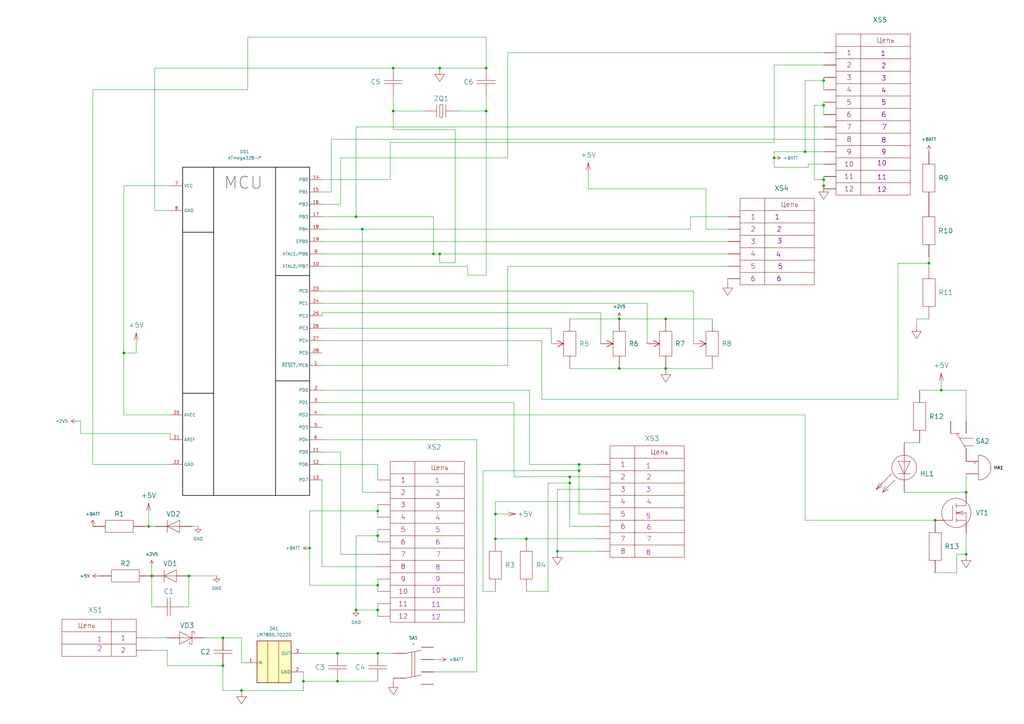
<source format=kicad_sch>
(kicad_sch (version 20231120) (generator "eeschema") (generator_version "8.0")
  (paper "A3")
  (lib_symbols
    (symbol "Connector_Generic_GOST:CONN_12" (pin_numbers hide) (pin_names (offset 0) hide)
      (property "Reference" "X" (at 0 35.56 0))
      (property "Description" "1" (at -5.08 25.4 0))
      (property "PIN2" "2" (at -5.08 20.32 0))
      (property "PIN3" "3" (at -5.08 15.24 0))
      (property "PIN4" "4" (at -5.08 10.16 0))
      (property "PIN5" "5" (at -5.08 5.08 0))
      (property "PIN6" "6" (at -5.08 0 0))
      (property "PIN7" "7" (at -5.08 -5.08 0))
      (property "PIN8" "8" (at -5.08 -10.16 0))
      (property "PIN9" "9" (at -5.08 -15.24 0))
      (property "PIN10" "10" (at -5.08 -20.32 0))
      (property "PIN11" "11" (at -5.08 -25.4 0))
      (property "PIN12" "12" (at -5.08 -30.48 0))
      (symbol "CONN_12_0_0"
        (polyline (pts (xy -15.24 -27.94) (xy 15.24 -27.94)))
        (polyline (pts (xy -15.24 -22.86) (xy 15.24 -22.86)))
        (polyline (pts (xy -15.24 -17.78) (xy 15.24 -17.78)))
        (polyline (pts (xy -15.24 -12.7) (xy 15.24 -12.7)))
        (polyline (pts (xy -15.24 -7.62) (xy 15.24 -7.62)))
        (polyline (pts (xy -15.24 -2.54) (xy 15.24 -2.54)))
        (polyline (pts (xy -15.24 2.54) (xy 15.24 2.54)))
        (polyline (pts (xy -15.24 7.62) (xy 15.24 7.62)))
        (polyline (pts (xy -15.24 12.7) (xy 15.24 12.7)))
        (polyline (pts (xy -15.24 17.78) (xy 15.24 17.78)))
        (polyline (pts (xy -15.24 22.86) (xy 15.24 22.86)))
        (polyline (pts (xy -15.24 27.94) (xy 15.24 27.94)))
        (polyline (pts (xy 5.08 33.02) (xy 5.08 -33.02)))
        (rectangle (start 15.24 33.02) (end -15.24 -33.02))
      )
      (symbol "CONN_12_1_1"
        (text "1" (at 9.906 25.4 0) (effects (font (size 2.0066 2.0066))))
        (text "10" (at 9.906 -20.32 0) (effects (font (size 2.0066 2.0066))))
        (text "11" (at 9.906 -25.4 0) (effects (font (size 2.0066 2.0066))))
        (text "12" (at 9.906 -30.48 0) (effects (font (size 2.0066 2.0066))))
        (text "2" (at 9.906 20.32 0) (effects (font (size 2.0066 2.0066))))
        (text "3" (at 9.906 15.24 0) (effects (font (size 2.0066 2.0066))))
        (text "4" (at 9.906 10.16 0) (effects (font (size 2.0066 2.0066))))
        (text "5" (at 9.906 5.08 0) (effects (font (size 2.0066 2.0066))))
        (text "6" (at 9.906 0 0) (effects (font (size 2.0066 2.0066))))
        (text "7" (at 9.906 -5.08 0) (effects (font (size 2.0066 2.0066))))
        (text "8" (at 9.906 -10.16 0) (effects (font (size 2.0066 2.0066))))
        (text "9" (at 9.906 -15.24 0) (effects (font (size 2.0066 2.0066))))
        (text "Цепь" (at -5.08 30.48 0) (effects (font (size 2.0066 2.0066))))
        (pin passive line (at 20.32 25.4 180) (length 5.08) (name "1") (number "1"))
        (pin passive line (at 20.32 -20.32 180) (length 5.08) (name "10") (number "10"))
        (pin passive line (at 20.32 -25.4 180) (length 5.08) (name "11") (number "11"))
        (pin passive line (at 20.32 -30.48 180) (length 5.08) (name "12") (number "12"))
        (pin passive line (at 20.32 20.32 180) (length 5.08) (name "2") (number "2"))
        (pin passive line (at 20.32 15.24 180) (length 5.08) (name "3") (number "3"))
        (pin passive line (at 20.32 10.16 180) (length 5.08) (name "4") (number "4"))
        (pin passive line (at 20.32 5.08 180) (length 5.08) (name "5") (number "5"))
        (pin passive line (at 20.32 0 180) (length 5.08) (name "6") (number "6"))
        (pin passive line (at 20.32 -5.08 180) (length 5.08) (name "7") (number "7"))
        (pin passive line (at 20.32 -10.16 180) (length 5.08) (name "8") (number "8"))
        (pin passive line (at 20.32 -15.24 180) (length 5.08) (name "9") (number "9"))
      )
    )
    (symbol "Connector_Generic_GOST:CONN_2" (pin_numbers hide) (pin_names (offset 0) hide)
      (property "Reference" "X" (at 0 10.16 0))
      (property "Description" "1" (at -5.08 0 0))
      (property "PIN2" "2" (at -5.08 -5.08 0))
      (symbol "CONN_2_0_0"
        (polyline (pts (xy -15.24 -2.54) (xy 15.24 -2.54)))
        (polyline (pts (xy -15.24 2.54) (xy 15.24 2.54)))
        (polyline (pts (xy 5.08 7.62) (xy 5.08 -7.62)))
        (rectangle (start 15.24 7.62) (end -15.24 -7.62))
      )
      (symbol "CONN_2_1_1"
        (text "1" (at 9.906 0 0) (effects (font (size 2.0066 2.0066))))
        (text "2" (at 9.906 -5.08 0) (effects (font (size 2.0066 2.0066))))
        (text "Цепь" (at -5.08 5.08 0) (effects (font (size 2.0066 2.0066))))
        (pin passive line (at 20.32 0 180) (length 5.08) (name "1") (number "1"))
        (pin passive line (at 20.32 -5.08 180) (length 5.08) (name "2") (number "2"))
      )
    )
    (symbol "Connector_Generic_GOST:CONN_6" (pin_numbers hide) (pin_names (offset 0) hide)
      (property "Reference" "X" (at 0 20.32 0))
      (property "Description" "1" (at -5.08 10.16 0))
      (property "PIN2" "2" (at -5.08 5.08 0))
      (property "PIN3" "3" (at -5.08 0 0))
      (property "PIN4" "4" (at -5.08 -5.08 0))
      (property "PIN5" "5" (at -5.08 -10.16 0))
      (property "PIN6" "6" (at -5.08 -15.24 0))
      (symbol "CONN_6_0_0"
        (polyline (pts (xy -15.24 -12.7) (xy 15.24 -12.7)))
        (polyline (pts (xy -15.24 -7.62) (xy 15.24 -7.62)))
        (polyline (pts (xy -15.24 -2.54) (xy 15.24 -2.54)))
        (polyline (pts (xy -15.24 2.54) (xy 15.24 2.54)))
        (polyline (pts (xy -15.24 7.62) (xy 15.24 7.62)))
        (polyline (pts (xy -15.24 12.7) (xy 15.24 12.7)))
        (polyline (pts (xy 5.08 17.78) (xy 5.08 -17.78)))
        (rectangle (start 15.24 17.78) (end -15.24 -17.78))
      )
      (symbol "CONN_6_1_1"
        (text "1" (at 9.906 10.16 0) (effects (font (size 2.0066 2.0066))))
        (text "2" (at 9.906 5.08 0) (effects (font (size 2.0066 2.0066))))
        (text "3" (at 9.906 0 0) (effects (font (size 2.0066 2.0066))))
        (text "4" (at 9.906 -5.08 0) (effects (font (size 2.0066 2.0066))))
        (text "5" (at 9.906 -10.16 0) (effects (font (size 2.0066 2.0066))))
        (text "6" (at 9.906 -15.24 0) (effects (font (size 2.0066 2.0066))))
        (text "Цепь" (at -5.08 15.24 0) (effects (font (size 2.0066 2.0066))))
        (pin passive line (at 20.32 10.16 180) (length 5.08) (name "1") (number "1"))
        (pin passive line (at 20.32 5.08 180) (length 5.08) (name "2") (number "2"))
        (pin passive line (at 20.32 0 180) (length 5.08) (name "3") (number "3"))
        (pin passive line (at 20.32 -5.08 180) (length 5.08) (name "4") (number "4"))
        (pin passive line (at 20.32 -10.16 180) (length 5.08) (name "5") (number "5"))
        (pin passive line (at 20.32 -15.24 180) (length 5.08) (name "6") (number "6"))
      )
    )
    (symbol "Connector_Generic_GOST:CONN_8" (pin_numbers hide) (pin_names (offset 0) hide)
      (property "Reference" "X" (at 0 25.4 0))
      (property "Description" "1" (at -5.08 15.24 0))
      (property "PIN2" "2" (at -5.08 10.16 0))
      (property "PIN3" "3" (at -5.08 5.08 0))
      (property "PIN4" "4" (at -5.08 0 0))
      (property "PIN5" "5" (at -5.08 -5.08 0))
      (property "PIN6" "6" (at -5.08 -10.16 0))
      (property "PIN7" "7" (at -5.08 -15.24 0))
      (property "PIN8" "8" (at -5.08 -20.32 0))
      (symbol "CONN_8_0_0"
        (polyline (pts (xy -15.24 -17.78) (xy 15.24 -17.78)))
        (polyline (pts (xy -15.24 -12.7) (xy 15.24 -12.7)))
        (polyline (pts (xy -15.24 -7.62) (xy 15.24 -7.62)))
        (polyline (pts (xy -15.24 -2.54) (xy 15.24 -2.54)))
        (polyline (pts (xy -15.24 2.54) (xy 15.24 2.54)))
        (polyline (pts (xy -15.24 7.62) (xy 15.24 7.62)))
        (polyline (pts (xy -15.24 12.7) (xy 15.24 12.7)))
        (polyline (pts (xy -15.24 17.78) (xy 15.24 17.78)))
        (polyline (pts (xy 5.08 22.86) (xy 5.08 -22.86)))
        (rectangle (start 15.24 22.86) (end -15.24 -22.86))
      )
      (symbol "CONN_8_1_1"
        (text "1" (at 9.906 15.24 0) (effects (font (size 2.0066 2.0066))))
        (text "2" (at 9.906 10.16 0) (effects (font (size 2.0066 2.0066))))
        (text "3" (at 9.906 5.08 0) (effects (font (size 2.0066 2.0066))))
        (text "4" (at 9.906 0 0) (effects (font (size 2.0066 2.0066))))
        (text "5" (at 9.906 -5.08 0) (effects (font (size 2.0066 2.0066))))
        (text "6" (at 9.906 -10.16 0) (effects (font (size 2.0066 2.0066))))
        (text "7" (at 9.906 -15.24 0) (effects (font (size 2.0066 2.0066))))
        (text "8" (at 9.906 -20.32 0) (effects (font (size 2.0066 2.0066))))
        (text "Цепь" (at -5.08 20.32 0) (effects (font (size 2.0066 2.0066))))
        (pin passive line (at 20.32 15.24 180) (length 5.08) (name "1") (number "1"))
        (pin passive line (at 20.32 10.16 180) (length 5.08) (name "2") (number "2"))
        (pin passive line (at 20.32 5.08 180) (length 5.08) (name "3") (number "3"))
        (pin passive line (at 20.32 0 180) (length 5.08) (name "4") (number "4"))
        (pin passive line (at 20.32 -5.08 180) (length 5.08) (name "5") (number "5"))
        (pin passive line (at 20.32 -10.16 180) (length 5.08) (name "6") (number "6"))
        (pin passive line (at 20.32 -15.24 180) (length 5.08) (name "7") (number "7"))
        (pin passive line (at 20.32 -20.32 180) (length 5.08) (name "8") (number "8"))
      )
    )
    (symbol "power:+2V5" (power) (pin_numbers hide) (pin_names (offset 0) hide)
      (property "Value" "+2V5" (at 0 3.556 0))
      (symbol "+2V5_0_1"
        (polyline (pts (xy -0.762 1.27) (xy 0 2.54)))
        (polyline (pts (xy 0 0) (xy 0 2.54)))
        (polyline (pts (xy 0 2.54) (xy 0.762 1.27)))
      )
      (symbol "+2V5_1_1"
        (pin power_in line (at 0 0 90) (length 0) (name "~") (number "1"))
      )
    )
    (symbol "power:+5V" (power) (pin_numbers hide) (pin_names (offset 0) hide)
      (property "Value" "+5V" (at 0 3.556 0))
      (symbol "+5V_0_1"
        (polyline (pts (xy -0.762 1.27) (xy 0 2.54)))
        (polyline (pts (xy 0 0) (xy 0 2.54)))
        (polyline (pts (xy 0 2.54) (xy 0.762 1.27)))
      )
      (symbol "+5V_1_1"
        (pin power_in line (at 0 0 90) (length 0) (name "~") (number "1"))
      )
    )
    (symbol "power:+BATT" (power) (pin_numbers hide) (pin_names (offset 0) hide)
      (property "Value" "+BATT" (at 0 3.556 0))
      (symbol "+BATT_0_1"
        (polyline (pts (xy -0.762 1.27) (xy 0 2.54)))
        (polyline (pts (xy 0 0) (xy 0 2.54)))
        (polyline (pts (xy 0 2.54) (xy 0.762 1.27)))
      )
      (symbol "+BATT_1_1"
        (pin power_in line (at 0 0 90) (length 0) (name "~") (number "1"))
      )
    )
    (symbol "power:GND" (power) (pin_numbers hide) (pin_names (offset 0) hide)
      (property "Value" "GND" (at 0 -3.81 0))
      (symbol "GND_0_1"
        (polyline (pts (xy 0 0) (xy 0 -1.27) (xy 1.27 -1.27) (xy 0 -2.54) (xy -1.27 -1.27) (xy 0 -1.27)))
      )
      (symbol "GND_1_1"
        (pin power_in line (at 0 0 270) (length 0) (name "~") (number "1"))
      )
    )
    (symbol "power_GOST:+5V" (power) (pin_numbers hide) (pin_names (offset 0) hide)
      (property "Value" "+5V" (at 0 5.08 0))
      (symbol "+5V_0_1"
        (polyline (pts (xy 0 3.175) (xy -0.8128 0.1778)))
        (polyline (pts (xy 0 3.175) (xy 0 0)))
        (polyline (pts (xy 0.8128 0.1778) (xy 0 3.175)))
      )
      (symbol "+5V_1_1"
        (pin power_in line (at 0 0 90) (length 0) hide (name "+5V") (number "1"))
      )
    )
    (symbol "power_GOST:GND" (power) (pin_numbers hide) (pin_names (offset 0) hide)
      (symbol "GND_0_1"
        (polyline (pts (xy 0 0) (xy 0 -2.54)))
        (polyline (pts (xy 0 -2.54) (xy 1.9812 -2.54) (xy 0 -5.5372) (xy -1.9812 -2.54) (xy 1.9812 -2.54)))
      )
      (symbol "GND_1_1"
        (pin power_in line (at 0 0 270) (length 0) hide (name "GND") (number "1"))
      )
    )
    (symbol "sst:2П7240" (pin_numbers hide) (pin_names (offset 0) hide)
      (property "Reference" "VT" (at 16.51 2.54 0))
      (symbol "2П7240_0_1"
        (polyline (pts (xy 3.81 0) (xy 7.1628 0)))
        (polyline (pts (xy 7.1628 0) (xy 7.1628 5.9944)))
        (polyline (pts (xy 8.6868 0) (xy 12.7 0)))
        (polyline (pts (xy 8.6868 1.016) (xy 8.6868 -1.016)))
        (polyline (pts (xy 8.6868 2.9972) (xy 11.684 2.1844)))
        (polyline (pts (xy 8.6868 2.9972) (xy 11.684 3.81)))
        (polyline (pts (xy 8.6868 2.9972) (xy 12.7 2.9972)))
        (polyline (pts (xy 8.6868 4.0132) (xy 8.6868 1.9812)))
        (polyline (pts (xy 8.6868 5.9944) (xy 12.7 5.9944)))
        (polyline (pts (xy 8.6868 7.0104) (xy 8.6868 4.9784)))
        (polyline (pts (xy 12.7 -1.27) (xy 12.7 2.9972)))
        (polyline (pts (xy 12.7 7.62) (xy 12.7 5.9944)))
        (circle (center 8.6868 2.9972) (radius 5.9944))
      )
      (symbol "2П7240_1_1"
        (pin passive line (at 12.7 -5.08 90) (length 3.81) (name "S1") (number "1"))
        (pin passive line (at 0 0 0) (length 3.81) (name "G1") (number "2"))
        (pin passive line (at 12.7 11.43 270) (length 3.81) (name "D1") (number "3"))
      )
    )
    (symbol "sst:4П2Н" (pin_numbers hide)
      (property "Reference" "SA" (at 2.032 14.986 0))
      (symbol "4П2Н_0_1"
        (polyline (pts (xy -0.635 2.54) (xy 9.525 2.54)))
        (polyline (pts (xy -0.635 3.81) (xy 9.525 3.81)))
        (polyline (pts (xy 0 0) (xy -1.27 6.35)))
        (polyline (pts (xy 0 0) (xy 0 0)))
        (polyline (pts (xy 10.16 0) (xy 8.89 6.35)))
        (polyline (pts (xy 10.16 0) (xy 10.16 0)))
      )
      (symbol "4П2Н_1_1"
        (pin power_in line (at 0 -5.08 90) (length 5.08) (name "") (number "1"))
        (pin power_in line (at 10.16 -5.08 90) (length 5.08) (name "") (number "2"))
        (pin power_in line (at -2.54 11.43 270) (length 5.08) (name "") (number "3"))
        (pin power_in line (at 2.54 11.43 270) (length 5.08) (name "") (number "4"))
        (pin power_in line (at 7.62 11.43 270) (length 5.08) (name "") (number "5"))
        (pin power_in line (at 12.7 11.43 270) (length 5.08) (name "") (number "6"))
      )
    )
    (symbol "sst:ATmega328-P"
      (property "Reference" "DD" (at 2.286 -3.048 0))
      (property "Value" "ATmega328-P" (at 18.288 106.934 0))
      (symbol "ATmega328-P_1_1"
        (polyline (pts (xy 0 107.95) (xy 12.7 107.95)) (stroke (width 0.254) (color 0 0 0 1)))
        (polyline (pts (xy 12.7 41.91) (xy 0 41.91)) (stroke (width 0.254) (color 0 0 0 1)))
        (polyline (pts (xy 12.7 134.62) (xy 12.7 0)) (stroke (width 0.254) (color 0 0 0 1)))
        (polyline (pts (xy 38.1 90.17) (xy 52.07 90.17)) (stroke (width 0.254) (color 0 0 0 1)))
        (polyline (pts (xy 38.1 134.62) (xy 38.1 0)) (stroke (width 0.254) (color 0 0 0 1)))
        (polyline (pts (xy 52.07 46.99) (xy 38.1 46.99)) (stroke (width 0.254) (color 0 0 0 1)))
        (rectangle (start 0 134.62) (end 52.07 0) (stroke (width 0.254) (color 0 0 0 1)))
        (text "MCU" (at 24.892 128.27 0) (effects (font (size 5 5))))
        (pin bidirectional line (at 57.15 53.34 180) (length 5.08) (name "~{RESET}/PC6") (number "1"))
        (pin bidirectional line (at 57.15 93.98 180) (length 5.08) (name "XTAL2/PB7") (number "10"))
        (pin bidirectional line (at 57.15 17.78 180) (length 5.08) (name "PD5") (number "11"))
        (pin bidirectional line (at 57.15 12.7 180) (length 5.08) (name "PD6") (number "12"))
        (pin bidirectional line (at 57.15 6.35 180) (length 5.08) (name "PD7") (number "13"))
        (pin bidirectional line (at 57.15 129.54 180) (length 5.08) (name "PB0") (number "14"))
        (pin bidirectional line (at 57.15 124.46 180) (length 5.08) (name "PB1") (number "15"))
        (pin bidirectional line (at 57.15 119.38 180) (length 5.08) (name "PB2") (number "16"))
        (pin bidirectional line (at 57.15 114.3 180) (length 5.08) (name "PB3") (number "17"))
        (pin bidirectional line (at 57.15 109.22 180) (length 5.08) (name "PB4") (number "18"))
        (pin bidirectional line (at 57.15 104.14 180) (length 5.08) (name "EPB5") (number "19"))
        (pin bidirectional line (at 57.15 43.18 180) (length 5.08) (name "PD0") (number "2"))
        (pin power_in line (at -5.08 33.02 0) (length 5.08) (name "AVCC") (number "20"))
        (pin passive line (at -5.08 22.86 0) (length 5.08) (name "AREF") (number "21"))
        (pin passive line (at -5.08 12.7 0) (length 5.08) (name "GND") (number "22"))
        (pin bidirectional line (at 57.15 83.82 180) (length 5.08) (name "PC0") (number "23"))
        (pin bidirectional line (at 57.15 78.74 180) (length 5.08) (name "PC1") (number "24"))
        (pin bidirectional line (at 57.15 73.66 180) (length 5.08) (name "PC2") (number "25"))
        (pin bidirectional line (at 57.15 68.58 180) (length 5.08) (name "PC3") (number "26"))
        (pin bidirectional line (at 57.15 63.5 180) (length 5.08) (name "PC4") (number "27"))
        (pin bidirectional line (at 57.15 58.42 180) (length 5.08) (name "PC5") (number "28"))
        (pin bidirectional line (at 57.15 38.1 180) (length 5.08) (name "PD1") (number "3"))
        (pin bidirectional line (at 57.15 33.02 180) (length 5.08) (name "PD2") (number "4"))
        (pin bidirectional line (at 57.15 27.94 180) (length 5.08) (name "PD3") (number "5"))
        (pin bidirectional line (at 57.15 22.86 180) (length 5.08) (name "PD4") (number "6"))
        (pin power_in line (at -5.08 127 0) (length 5.08) (name "VCC") (number "7"))
        (pin power_in line (at -5.08 116.84 0) (length 5.08) (name "GND") (number "8"))
        (pin bidirectional line (at 57.15 99.06 180) (length 5.08) (name "XTAL1/PB6") (number "9"))
      )
    )
    (symbol "sst:Buzzer" (pin_numbers hide) (pin_names (offset 0.0254) hide)
      (property "Reference" "HA" (at 1.016 13.208 0))
      (symbol "Buzzer_0_1"
        (polyline (pts (xy -2.54 5.08) (xy -2.54 5.08)))
        (polyline (pts (xy -2.54 5.08) (xy 7.62 5.08)))
        (polyline (pts (xy 0.381 3.603) (xy 0.889 3.603)))
        (polyline (pts (xy 0.635 3.349) (xy 0.635 3.857)))
        (arc (start 2.54 10.16) (mid -1.0521 8.6721) (end -2.54 5.08))
        (arc (start 7.62 5.08) (mid 6.1321 8.6721) (end 2.54 10.16))
      )
      (symbol "Buzzer_1_1"
        (pin passive line (at 0 0 90) (length 5) (name "+") (number "1"))
        (pin passive line (at 5.08 0 90) (length 5) (name "-") (number "2"))
      )
    )
    (symbol "sst:C" (pin_numbers hide) (pin_names (offset 0) hide)
      (property "Reference" "C" (at 0.762 -3.932 0))
      (symbol "C_0_1"
        (polyline (pts (xy -3.81 -6.35) (xy 3.81 -6.35)))
        (polyline (pts (xy -3.81 -5.08) (xy 3.81 -5.08)))
      )
      (symbol "C_1_1"
        (pin passive line (at 0 0 270) (length 5.08) (name "~") (number "1"))
        (pin passive line (at 0 -11.43 90) (length 5.08) (name "~") (number "2"))
      )
    )
    (symbol "sst:HL_LED" (pin_numbers hide) (pin_names (offset 0) hide)
      (property "Reference" "HL" (at 6.35 -10.32 0))
      (symbol "HL_LED_0_1"
        (circle (center 0 -10.16) (radius 5.08))
        (polyline (pts (xy -2.54 -7.62) (xy 2.54 -7.62)))
        (polyline (pts (xy 0 -5.08) (xy 0 -15.24)))
        (polyline (pts (xy 6.35 -1.27) (xy 8.89 0)))
        (polyline (pts (xy 8.89 -2.54) (xy 11.43 -1.27)))
        (polyline (pts (xy 8.89 0) (xy 3.81 -5.08)))
        (polyline (pts (xy 8.89 0) (xy 7.62 -2.54)))
        (polyline (pts (xy 11.43 -1.27) (xy 5.08 -7.62)))
        (polyline (pts (xy 11.43 -1.27) (xy 8.89 -3.81)))
        (polyline (pts (xy 11.43 -1.27) (xy 10.16 -3.81)))
        (polyline (pts (xy 0 -7.62) (xy -2.54 -12.7) (xy 2.54 -12.7) (xy 0 -7.62)))
      )
      (symbol "HL_LED_1_1"
        (pin passive line (at 0 0 270) (length 5.08) (name "K") (number "1"))
        (pin passive line (at 0 -20.32 90) (length 5.08) (name "A") (number "2"))
      )
    )
    (symbol "sst:LM7805_TO220" (pin_names (offset 0.254))
      (property "Reference" "DA" (at 7.112 13.208 0))
      (property "Value" "LM7805_TO220" (at 10.922 13.208 0))
      (symbol "LM7805_TO220_0_1"
        (polyline (pts (xy 9.525 8.89) (xy 9.525 -8.255)))
        (polyline (pts (xy 13.97 8.89) (xy 13.97 -8.255)))
        (rectangle (start 5.08 8.89) (end 19.05 -8.255) (stroke (width 0.254)) (fill (type background)))
      )
      (symbol "LM7805_TO220_1_1"
        (pin power_in line (at 0 0 0) (length 5) (name "IN") (number "1"))
        (pin power_in line (at 24.13 -3.81 180) (length 5) (name "GND") (number "2"))
        (pin power_out line (at 24.13 3.81 180) (length 5) (name "OUT") (number "3"))
      )
    )
    (symbol "sst:R" (pin_numbers hide) (pin_names (offset 0) hide)
      (property "Reference" "R" (at 9.906 3.81 0))
      (symbol "R_0_1"
        (rectangle (start 5.08 2.54) (end 16.51 -2.46))
      )
      (symbol "R_1_1"
        (pin passive line (at 0 0 0) (length 5.08) (name "~") (number "1"))
        (pin passive line (at 21.59 0 180) (length 5.08) (name "~") (number "2"))
      )
    )
    (symbol "sst:R_POT" (pin_numbers hide) (pin_names (offset 0) hide)
      (property "Reference" "R" (at 12.446 3.81 0))
      (symbol "R_POT_0_1"
        (rectangle (start 5.08 2.54) (end 15.24 -2.54))
      )
      (symbol "R_POT_1_1"
        (polyline (pts (xy 10.16 2.54) (xy 8.89 5.08)))
        (polyline (pts (xy 10.16 2.54) (xy 8.89 5.08)))
        (polyline (pts (xy 10.16 2.54) (xy 11.43 5.08)))
        (polyline (pts (xy 10.16 2.54) (xy 11.43 5.08)))
        (pin passive line (at 0 0 0) (length 5.08) (name "~") (number "1"))
        (pin passive line (at 10.16 7.62 270) (length 5.08) (name "~") (number "2"))
        (pin passive line (at 20.32 0 180) (length 5.08) (name "~") (number "3"))
      )
    )
    (symbol "sst:SA_SPDT" (pin_numbers hide) (pin_names (offset 0) hide)
      (property "Reference" "SA" (at 7.874 8.89 0))
      (symbol "SA_SPDT_0_1"
        (polyline (pts (xy 5.08 0) (xy 11.43 3.81)))
        (polyline (pts (xy 6.35 0.635) (xy 6.35 -3.175)))
        (polyline (pts (xy 9.525 2.54) (xy 9.525 -3.175)))
        (polyline (pts (xy 11.43 6.35) (xy 11.43 2.54)))
      )
      (symbol "SA_SPDT_1_1"
        (pin passive line (at 0 0 0) (length 5.08) (name "~") (number "1"))
        (pin passive line (at 16.51 0 180) (length 5.08) (name "~") (number "2"))
        (pin passive line (at 16.51 6.35 180) (length 5.08) (name "~") (number "3"))
      )
    )
    (symbol "sst:VD" (pin_numbers hide) (pin_names (offset 0) hide)
      (property "Reference" "VD" (at 7.62 5.08 0))
      (symbol "VD_0_1"
        (polyline (pts (xy 5.08 0) (xy 10.16 0)))
        (polyline (pts (xy 5.08 2.54) (xy 5.08 -2.54)))
        (polyline (pts (xy 5.08 0) (xy 10.16 2.54) (xy 10.16 -2.54) (xy 5.08 0)))
      )
      (symbol "VD_1_1"
        (pin passive line (at 0 0 0) (length 5.08) (name "K") (number "1"))
        (pin passive line (at 15.24 0 180) (length 5.08) (name "A") (number "2"))
      )
    )
    (symbol "sst:VD_Schottky" (pin_numbers hide) (pin_names (offset 0) hide)
      (property "Reference" "VD" (at 7.62 5.08 0))
      (symbol "VD_Schottky_0_1"
        (polyline (pts (xy 5.08 0) (xy 10.16 0)))
        (polyline (pts (xy 5.08 2.54) (xy 5.08 -2.54)))
        (polyline (pts (xy 5.08 -2.54) (xy 4.064 -2.54) (xy 4.064 -1.524)))
        (polyline (pts (xy 5.08 2.54) (xy 6.096 2.54) (xy 6.096 1.524)))
        (polyline (pts (xy 5.08 0) (xy 10.16 2.54) (xy 10.16 -2.54) (xy 5.08 0)))
      )
      (symbol "VD_Schottky_1_1"
        (pin passive line (at 0 0 0) (length 5.08) (name "K") (number "1"))
        (pin passive line (at 15.24 0 180) (length 5.08) (name "A") (number "2"))
      )
    )
    (symbol "sst:ZQ_CRYSTAL" (pin_numbers hide) (pin_names (offset 0) hide)
      (property "Reference" "ZQ" (at 6.858 5.08 0))
      (symbol "ZQ_CRYSTAL_0_1"
        (polyline (pts (xy 5.08 2.54) (xy 5.08 -2.54)))
        (polyline (pts (xy 8.89 2.54) (xy 8.89 -2.54)))
        (rectangle (start 6.35 2.54) (end 7.62 -2.54))
      )
      (symbol "ZQ_CRYSTAL_1_1"
        (pin passive line (at 0 0 0) (length 5.08) (name "~") (number "1"))
        (pin passive line (at 13.97 0 180) (length 5.08) (name "~") (number "2"))
      )
    )
  )
  (junction (at 386.08 160.02))
  (junction (at 138.43 279.4))
  (junction (at 50.8 144.78))
  (junction (at 330.2 62.23))
  (junction (at 180.34 27.94))
  (junction (at 154.94 240.03))
  (junction (at 146.05 88.9))
  (junction (at 254 151.13))
  (junction (at 337.82 76.2))
  (junction (at 337.82 43.18))
  (junction (at 273.05 151.13))
  (junction (at 60.96 215.9))
  (junction (at 237.49 190.5))
  (junction (at 180.34 104.14))
  (junction (at 161.29 45.532))
  (junction (at 273.05 130.81))
  (junction (at 199.39 45.532))
  (junction (at 383.54 213.36))
  (junction (at 154.94 219.71))
  (junction (at 99.06 283.21))
  (junction (at 396.24 227.33))
  (junction (at 396.24 201.93))
  (junction (at 154.94 267.97))
  (junction (at 91.44 261.62))
  (junction (at 154.94 209.55))
  (junction (at 254 130.81))
  (junction (at 337.82 33.02))
  (junction (at 77.47 236.22))
  (junction (at 177.8 104.14))
  (junction (at 215.9 220.98))
  (junction (at 233.68 198.12))
  (junction (at 203.2 210.82))
  (junction (at 233.68 195.58))
  (junction (at 62.23 236.22))
  (junction (at 237.49 193.04))
  (junction (at 146.05 250.19))
  (junction (at 91.44 273.05))
  (junction (at 317.5 64.77))
  (junction (at 228.6 226.06))
  (junction (at 148.59 93.98))
  (junction (at 203.2 220.98))
  (junction (at 199.39 27.94))
  (junction (at 381 107.95))
  (junction (at 161.29 27.94))
  (junction (at 154.94 250.19))
  (junction (at 138.43 267.97))
  (junction (at 124.46 279.4))
  (junction (at 337.82 73.66))
  (junction (at 127 224.79))
  (wire (pts (xy 224.79 198.12) (xy 233.68 198.12)))
  (wire (pts (xy 99.06 261.62) (xy 91.44 261.62)))
  (wire (pts (xy 246.38 128.27) (xy 132.08 128.27)))
  (wire (pts (xy 62.23 232.41) (xy 62.23 236.22)))
  (wire (pts (xy 69.85 76.2) (xy 50.8 76.2)))
  (wire (pts (xy 383.54 213.36) (xy 330.2 213.36)))
  (wire (pts (xy 317.5 58.42) (xy 317.5 26.67)))
  (wire (pts (xy 245.11 190.5) (xy 237.49 190.5)))
  (wire (pts (xy 237.49 190.5) (xy 217.17 190.5)))
  (wire (pts (xy 330.2 33.02) (xy 330.2 62.23)))
  (wire (pts (xy 63.5 27.94) (xy 63.5 86.36)))
  (wire (pts (xy 132.08 160.02) (xy 217.17 160.02)))
  (wire (pts (xy 377.19 160.02) (xy 386.08 160.02)))
  (wire (pts (xy 91.44 261.62) (xy 83.82 261.62)))
  (wire (pts (xy 210.82 165.1) (xy 132.08 165.1)))
  (wire (pts (xy 59.69 215.9) (xy 60.96 215.9)))
  (wire (pts (xy 208.28 210.82) (xy 203.2 210.82)))
  (wire (pts (xy 191.77 112.842) (xy 191.77 109.22)))
  (wire (pts (xy 386.08 160.02) (xy 396.24 160.02)))
  (wire (pts (xy 337.82 33.02) (xy 337.82 36.83)))
  (wire (pts (xy 298.45 109.22) (xy 208.28 109.22)))
  (wire (pts (xy 124.46 279.4) (xy 138.43 279.4)))
  (wire (pts (xy 127 224.79) (xy 127 240.03)))
  (wire (pts (xy 375.92 130.81) (xy 375.92 133.35)))
  (wire (pts (xy 317.5 68.58) (xy 331.47 68.58)))
  (wire (pts (xy 289.56 77.47) (xy 241.3 77.47)))
  (wire (pts (xy 55.88 144.78) (xy 55.88 139.7)))
  (wire (pts (xy 273.05 151.13) (xy 254 151.13)))
  (wire (pts (xy 396.24 218.44) (xy 396.24 227.33)))
  (wire (pts (xy 337.82 73.66) (xy 337.82 76.2)))
  (wire (pts (xy 50.8 144.78) (xy 55.88 144.78)))
  (wire (pts (xy 124.46 275.59) (xy 124.46 279.4)))
  (wire (pts (xy 237.49 190.5) (xy 237.49 193.04)))
  (wire (pts (xy 226.06 134.62) (xy 132.08 134.62)))
  (wire (pts (xy 337.82 52.07) (xy 146.05 52.07)))
  (wire (pts (xy 337.82 57.15) (xy 135.89 57.15)))
  (wire (pts (xy 180.34 104.14) (xy 177.8 104.14)))
  (wire (pts (xy 101.6 15.24) (xy 199.39 15.24)))
  (wire (pts (xy 210.82 195.58) (xy 210.82 165.1)))
  (wire (pts (xy 38.1 190.5) (xy 69.85 190.5)))
  (wire (pts (xy 292.1 130.81) (xy 273.05 130.81)))
  (wire (pts (xy 38.1 36.83) (xy 38.1 190.5)))
  (wire (pts (xy 161.29 45.532) (xy 161.29 53.152)))
  (wire (pts (xy 132.08 170.18) (xy 330.2 170.18)))
  (wire (pts (xy 381 107.95) (xy 381 109.22)))
  (wire (pts (xy 199.39 15.24) (xy 199.39 27.94)))
  (wire (pts (xy 91.44 283.21) (xy 91.44 273.05)))
  (wire (pts (xy 222.25 139.7) (xy 132.08 139.7)))
  (wire (pts (xy 195.58 180.34) (xy 132.08 180.34)))
  (wire (pts (xy 233.68 198.12) (xy 233.68 215.9)))
  (wire (pts (xy 233.68 195.58) (xy 233.68 198.12)))
  (wire (pts (xy 127 240.03) (xy 154.94 240.03)))
  (wire (pts (xy 33.02 172.72) (xy 31.75 172.72)))
  (wire (pts (xy 139.7 83.82) (xy 132.08 83.82)))
  (wire (pts (xy 381 107.95) (xy 368.3 107.95)))
  (wire (pts (xy 283.21 88.9) (xy 283.21 93.98)))
  (wire (pts (xy 199.39 39.37) (xy 199.39 45.532)))
  (wire (pts (xy 60.96 215.9) (xy 63.5 215.9)))
  (wire (pts (xy 154.94 217.17) (xy 154.94 219.71)))
  (wire (pts (xy 337.82 72.39) (xy 337.82 73.66)))
  (wire (pts (xy 68.58 273.05) (xy 68.58 266.7)))
  (wire (pts (xy 191.77 109.22) (xy 132.08 109.22)))
  (wire (pts (xy 148.59 93.98) (xy 132.08 93.98)))
  (wire (pts (xy 265.43 140.97) (xy 265.43 124.46)))
  (wire (pts (xy 208.28 109.22) (xy 208.28 149.86)))
  (wire (pts (xy 154.94 247.65) (xy 154.94 250.19)))
  (wire (pts (xy 33.02 177.8) (xy 33.02 172.72)))
  (wire (pts (xy 224.79 242.57) (xy 224.79 198.12)))
  (wire (pts (xy 317.5 62.23) (xy 330.2 62.23)))
  (wire (pts (xy 217.17 190.5) (xy 217.17 160.02)))
  (wire (pts (xy 177.8 275.59) (xy 195.58 275.59)))
  (wire (pts (xy 392.43 227.33) (xy 396.24 227.33)))
  (wire (pts (xy 298.45 88.9) (xy 283.21 88.9)))
  (wire (pts (xy 154.94 237.49) (xy 154.94 240.03)))
  (wire (pts (xy 337.82 31.75) (xy 337.82 33.02)))
  (wire (pts (xy 60.96 209.55) (xy 60.96 215.9)))
  (wire (pts (xy 331.47 67.31) (xy 337.82 67.31)))
  (wire (pts (xy 154.94 190.5) (xy 154.94 196.85)))
  (wire (pts (xy 154.94 207.01) (xy 154.94 209.55)))
  (wire (pts (xy 60.96 261.62) (xy 68.58 261.62)))
  (wire (pts (xy 139.7 185.42) (xy 132.08 185.42)))
  (wire (pts (xy 138.43 267.97) (xy 154.94 267.97)))
  (wire (pts (xy 146.05 250.19) (xy 154.94 250.19)))
  (wire (pts (xy 245.11 210.82) (xy 237.49 210.82)))
  (wire (pts (xy 284.48 140.97) (xy 284.48 119.38)))
  (wire (pts (xy 298.45 114.3) (xy 298.45 115.57)))
  (wire (pts (xy 187.96 45.532) (xy 199.39 45.532)))
  (wire (pts (xy 228.6 226.06) (xy 245.11 226.06)))
  (wire (pts (xy 265.43 124.46) (xy 132.08 124.46)))
  (wire (pts (xy 160.02 58.42) (xy 317.5 58.42)))
  (wire (pts (xy 292.1 151.13) (xy 273.05 151.13)))
  (wire (pts (xy 135.89 57.15) (xy 135.89 78.74)))
  (wire (pts (xy 222.25 163.83) (xy 222.25 139.7)))
  (wire (pts (xy 139.7 227.33) (xy 139.7 185.42)))
  (wire (pts (xy 180.34 104.14) (xy 298.45 104.14)))
  (wire (pts (xy 215.9 242.57) (xy 224.79 242.57)))
  (wire (pts (xy 154.94 267.97) (xy 161.29 267.97)))
  (wire (pts (xy 154.94 209.55) (xy 127 209.55)))
  (wire (pts (xy 199.39 45.532) (xy 199.39 112.842)))
  (wire (pts (xy 246.38 140.97) (xy 246.38 128.27)))
  (wire (pts (xy 203.2 205.74) (xy 203.2 210.82)))
  (wire (pts (xy 173.99 45.532) (xy 161.29 45.532)))
  (wire (pts (xy 203.2 220.98) (xy 215.9 220.98)))
  (wire (pts (xy 198.12 242.57) (xy 198.12 193.04)))
  (wire (pts (xy 139.7 64.77) (xy 139.7 83.82)))
  (wire (pts (xy 138.43 279.4) (xy 154.94 279.4)))
  (wire (pts (xy 77.47 236.22) (xy 88.9 236.22)))
  (wire (pts (xy 161.29 27.94) (xy 63.5 27.94)))
  (wire (pts (xy 334.01 43.18) (xy 334.01 73.66)))
  (wire (pts (xy 154.94 232.41) (xy 132.08 232.41)))
  (wire (pts (xy 77.47 248.92) (xy 77.47 236.22)))
  (wire (pts (xy 154.94 209.55) (xy 154.94 212.09)))
  (wire (pts (xy 337.82 77.47) (xy 337.82 76.2)))
  (wire (pts (xy 154.94 201.93) (xy 148.59 201.93)))
  (wire (pts (xy 186.69 53.152) (xy 186.69 107.762)))
  (wire (pts (xy 180.34 27.94) (xy 199.39 27.94)))
  (wire (pts (xy 100.33 271.78) (xy 99.06 271.78)))
  (wire (pts (xy 99.06 283.21) (xy 91.44 283.21)))
  (wire (pts (xy 233.68 195.58) (xy 210.82 195.58)))
  (wire (pts (xy 186.69 107.762) (xy 180.34 107.762)))
  (wire (pts (xy 50.8 76.2) (xy 50.8 144.78)))
  (wire (pts (xy 330.2 213.36) (xy 330.2 170.18)))
  (wire (pts (xy 146.05 52.07) (xy 146.05 88.9)))
  (wire (pts (xy 154.94 250.19) (xy 154.94 252.73)))
  (wire (pts (xy 154.94 219.71) (xy 154.94 222.25)))
  (wire (pts (xy 337.82 41.91) (xy 337.82 43.18)))
  (wire (pts (xy 289.56 93.98) (xy 298.45 93.98)))
  (wire (pts (xy 317.5 62.23) (xy 317.5 64.77)))
  (wire (pts (xy 226.06 140.97) (xy 226.06 134.62)))
  (wire (pts (xy 50.8 144.78) (xy 50.8 170.18)))
  (wire (pts (xy 135.89 78.74) (xy 132.08 78.74)))
  (wire (pts (xy 337.82 43.18) (xy 337.82 46.99)))
  (wire (pts (xy 101.6 36.83) (xy 38.1 36.83)))
  (wire (pts (xy 203.2 210.82) (xy 203.2 220.98)))
  (wire (pts (xy 146.05 219.71) (xy 146.05 250.19)))
  (wire (pts (xy 132.08 128.27) (xy 132.08 129.54)))
  (wire (pts (xy 370.84 201.93) (xy 396.24 201.93)))
  (wire (pts (xy 337.82 62.23) (xy 330.2 62.23)))
  (wire (pts (xy 233.68 215.9) (xy 245.11 215.9)))
  (wire (pts (xy 381 105.41) (xy 381 107.95)))
  (wire (pts (xy 370.84 181.61) (xy 377.19 181.61)))
  (wire (pts (xy 91.44 273.05) (xy 68.58 273.05)))
  (wire (pts (xy 241.3 77.47) (xy 241.3 69.85)))
  (wire (pts (xy 386.08 156.21) (xy 386.08 160.02)))
  (wire (pts (xy 124.46 283.21) (xy 99.06 283.21)))
  (wire (pts (xy 284.48 119.38) (xy 132.08 119.38)))
  (wire (pts (xy 161.29 278.13) (xy 161.29 279.4)))
  (wire (pts (xy 154.94 227.33) (xy 139.7 227.33)))
  (wire (pts (xy 254 151.13) (xy 233.68 151.13)))
  (wire (pts (xy 33.02 177.8) (xy 69.85 177.8)))
  (wire (pts (xy 180.34 107.762) (xy 180.34 104.14)))
  (wire (pts (xy 127 209.55) (xy 127 224.79)))
  (wire (pts (xy 368.3 163.83) (xy 222.25 163.83)))
  (wire (pts (xy 69.85 177.8) (xy 69.85 180.34)))
  (wire (pts (xy 146.05 88.9) (xy 132.08 88.9)))
  (wire (pts (xy 317.5 64.77) (xy 317.5 68.58)))
  (wire (pts (xy 160.02 73.66) (xy 160.02 58.42)))
  (wire (pts (xy 245.11 195.58) (xy 233.68 195.58)))
  (wire (pts (xy 195.58 275.59) (xy 195.58 180.34)))
  (wire (pts (xy 331.47 68.58) (xy 331.47 67.31)))
  (wire (pts (xy 124.46 267.97) (xy 138.43 267.97)))
  (wire (pts (xy 161.29 39.37) (xy 161.29 45.532)))
  (wire (pts (xy 161.29 27.94) (xy 180.34 27.94)))
  (wire (pts (xy 368.3 107.95) (xy 368.3 163.83)))
  (wire (pts (xy 132.08 73.66) (xy 160.02 73.66)))
  (wire (pts (xy 62.23 236.22) (xy 62.23 248.92)))
  (wire (pts (xy 237.49 193.04) (xy 237.49 210.82)))
  (wire (pts (xy 208.28 21.59) (xy 208.28 64.77)))
  (wire (pts (xy 334.01 73.66) (xy 337.82 73.66)))
  (wire (pts (xy 396.24 194.31) (xy 396.24 201.93)))
  (wire (pts (xy 228.6 200.66) (xy 228.6 226.06)))
  (wire (pts (xy 124.46 279.4) (xy 124.46 283.21)))
  (wire (pts (xy 177.8 104.14) (xy 132.08 104.14)))
  (wire (pts (xy 191.77 112.842) (xy 199.39 112.842)))
  (wire (pts (xy 99.06 271.78) (xy 99.06 261.62)))
  (wire (pts (xy 161.29 53.152) (xy 186.69 53.152)))
  (wire (pts (xy 289.56 77.47) (xy 289.56 93.98)))
  (wire (pts (xy 177.8 270.51) (xy 180.34 270.51)))
  (wire (pts (xy 63.5 86.36) (xy 69.85 86.36)))
  (wire (pts (xy 132.08 190.5) (xy 154.94 190.5)))
  (wire (pts (xy 215.9 220.98) (xy 245.11 220.98)))
  (wire (pts (xy 148.59 93.98) (xy 148.59 201.93)))
  (wire (pts (xy 101.6 15.24) (xy 101.6 36.83)))
  (wire (pts (xy 283.21 93.98) (xy 148.59 93.98)))
  (wire (pts (xy 208.28 149.86) (xy 132.08 149.86)))
  (wire (pts (xy 233.68 130.81) (xy 254 130.81)))
  (wire (pts (xy 60.96 266.7) (xy 68.58 266.7)))
  (wire (pts (xy 203.2 242.57) (xy 198.12 242.57)))
  (wire (pts (xy 154.94 219.71) (xy 146.05 219.71)))
  (wire (pts (xy 74.93 248.92) (xy 77.47 248.92)))
  (wire (pts (xy 50.8 170.18) (xy 69.85 170.18)))
  (wire (pts (xy 208.28 64.77) (xy 139.7 64.77)))
  (wire (pts (xy 254 130.81) (xy 273.05 130.81)))
  (wire (pts (xy 337.82 43.18) (xy 334.01 43.18)))
  (wire (pts (xy 381 130.81) (xy 375.92 130.81)))
  (wire (pts (xy 132.08 99.06) (xy 298.45 99.06)))
  (wire (pts (xy 245.11 200.66) (xy 228.6 200.66)))
  (wire (pts (xy 392.43 234.95) (xy 392.43 227.33)))
  (wire (pts (xy 132.08 232.41) (xy 132.08 196.85)))
  (wire (pts (xy 337.82 33.02) (xy 330.2 33.02)))
  (wire (pts (xy 78.74 215.9) (xy 81.28 215.9)))
  (wire (pts (xy 62.23 248.92) (xy 63.5 248.92)))
  (wire (pts (xy 396.24 160.02) (xy 396.24 172.72)))
  (wire (pts (xy 337.82 21.59) (xy 208.28 21.59)))
  (wire (pts (xy 198.12 193.04) (xy 237.49 193.04)))
  (wire (pts (xy 154.94 240.03) (xy 154.94 242.57)))
  (wire (pts (xy 383.54 234.95) (xy 392.43 234.95)))
  (wire (pts (xy 177.8 88.9) (xy 146.05 88.9)))
  (wire (pts (xy 317.5 26.67) (xy 337.82 26.67)))
  (wire (pts (xy 177.8 104.14) (xy 177.8 88.9)))
  (wire (pts (xy 245.11 205.74) (xy 203.2 205.74)))
  (symbol (lib_id "sst:C") (at 63.5 248.92 90) (unit 1)
    (property "Reference" "C1" (at 69.215 242.57 90) (effects (font (size 2.0066 2.0066))))
    (property "Value" "C" (effects (hide yes)))
    (property "Footprint" "Capacitor_THT:CP_Radial_D8.0mm_P2.50mm" (effects (hide yes)))
  )
  (symbol (lib_id "power_GOST:+5V") (at 208.28 210.82 270) (unit 1)
    (property "Reference" "#PWR015" (effects (hide yes)))
    (property "Value" "+5V" (at 212.09 210.82 90) (effects (font (size 2.0066 2.0066)) (justify left)))
  )
  (symbol (lib_id "power_GOST:GND") (at 375.92 133.35 0) (unit 1)
    (property "Reference" "#PWR023" (effects (hide yes)))
    (property "Value" "GND" (effects (hide yes)))
  )
  (symbol (lib_id "power:GND") (at 88.9 236.22 0) (unit 1)
    (property "Reference" "#PWR08" (effects (hide yes)))
    (property "Value" "GND" (at 88.9 241.3 0))
    (property "Description" "Power symbol creates a global label with name \"GND\" , ground" (effects (hide yes)))
  )
  (symbol (lib_id "sst:VD_Schottky") (at 83.82 261.62 180) (unit 1)
    (property "Reference" "VD3" (at 76.708 256.54 0) (effects (font (size 2.0066 2.0066))))
    (property "Value" "VD_Schottky" (effects (hide yes)))
    (property "Footprint" "Diode_THT:D_5KPW_P12.70mm_Horizontal" (effects (hide yes)))
  )
  (symbol (lib_id "sst:R") (at 381 109.22 270) (unit 1)
    (property "Reference" "R11" (at 384.81 119.975 90) (effects (font (size 2.0066 2.0066)) (justify left)))
    (property "Value" "R" (effects (hide yes)))
    (property "Footprint" "Resistor_THT:R_Axial_DIN0207_L6.3mm_D2.5mm_P7.62mm_Horizontal" (effects (hide yes)))
    (property "Description" "10кОм" (effects (hide yes)))
  )
  (symbol (lib_id "sst:C") (at 91.44 261.62 0) (unit 1)
    (property "Reference" "C2" (at 86.36 267.335 0) (effects (font (size 2.0066 2.0066)) (justify right)))
    (property "Value" "C" (effects (hide yes)))
    (property "Footprint" "Capacitor_THT:CP_Radial_D8.0mm_P3.50mm" (effects (hide yes)))
  )
  (symbol (lib_id "sst:C") (at 154.94 267.97 0) (unit 1)
    (property "Reference" "C4" (at 149.86 273.685 0) (effects (font (size 2.0066 2.0066)) (justify right)))
    (property "Value" "C" (effects (hide yes)))
    (property "Footprint" "Capacitor_THT:CP_Radial_D8.0mm_P2.50mm" (effects (hide yes)))
  )
  (symbol (lib_id "sst:ZQ_CRYSTAL") (at 173.99 45.532 0) (unit 1)
    (property "Reference" "ZQ1" (at 180.975 40.452 0) (effects (font (size 2.0066 2.0066))))
    (property "Value" "ZQ_CRYSTAL" (effects (hide yes)))
    (property "Footprint" "Crystal:Crystal_HC49-U_Vertical" (effects (hide yes)))
    (property "Description" "16МГЦ" (effects (hide yes)))
  )
  (symbol (lib_id "sst:R") (at 381 83.82 90) (unit 1)
    (property "Reference" "R9" (at 384.81 73.065 90) (effects (font (size 2.0066 2.0066)) (justify right)))
    (property "Value" "R" (effects (hide yes)))
    (property "Footprint" "Resistor_THT:R_Axial_DIN0207_L6.3mm_D2.5mm_P7.62mm_Horizontal" (effects (hide yes)))
    (property "Description" "10кОм" (effects (hide yes)))
  )
  (symbol (lib_id "power:+BATT") (at 127 224.79 90) (unit 1)
    (property "Reference" "#PWR010" (effects (hide yes)))
    (property "Value" "+BATT" (at 123.19 224.7899 90) (effects (justify left)))
    (property "Description" "Power symbol creates a global label with name \"+BATT\"" (effects (hide yes)))
  )
  (symbol (lib_id "sst:C") (at 161.29 27.94 0) (unit 1)
    (property "Reference" "C5" (at 156.21 33.561 0) (effects (font (size 2.0066 2.0066)) (justify right)))
    (property "Value" "C" (effects (hide yes)))
    (property "Footprint" "Capacitor_THT:C_Radial_D6.3mm_H5.0mm_P2.50mm" (effects (hide yes)))
    (property "Description" "22пФ" (effects (hide yes)))
  )
  (symbol (lib_id "power_GOST:GND") (at 99.06 283.21 0) (unit 1)
    (property "Reference" "#PWR09" (effects (hide yes)))
    (property "Value" "GND" (effects (hide yes)))
  )
  (symbol (lib_id "sst:C") (at 199.39 27.94 0) (unit 1)
    (property "Reference" "C6" (at 194.31 33.561 0) (effects (font (size 2.0066 2.0066)) (justify right)))
    (property "Value" "C" (effects (hide yes)))
    (property "Footprint" "Capacitor_THT:C_Radial_D6.3mm_H5.0mm_P2.50mm" (effects (hide yes)))
    (property "Description" "22пФ" (effects (hide yes)))
  )
  (symbol (lib_id "power:GND") (at 146.05 250.19 0) (unit 1)
    (property "Reference" "#PWR011" (effects (hide yes)))
    (property "Value" "GND" (at 146.05 255.27 0))
    (property "Description" "Power symbol creates a global label with name \"GND\" , ground" (effects (hide yes)))
  )
  (symbol (lib_id "power_GOST:GND") (at 161.29 279.4 0) (unit 1)
    (property "Reference" "#PWR012" (effects (hide yes)))
    (property "Value" "GND" (effects (hide yes)))
  )
  (symbol (lib_id "sst:R_POT") (at 273.05 151.13 90) (unit 1)
    (property "Reference" "R7" (at 276.86 140.97 90) (effects (font (size 2.0066 2.0066)) (justify right)))
    (property "Value" "R_POT" (effects (hide yes)))
    (property "Footprint" "Potentiometer_THT:Potentiometer_TT_P0915N" (effects (hide yes)))
    (property "Description" "10кОм" (effects (hide yes)))
  )
  (symbol (lib_id "power_GOST:+5V") (at 386.08 156.21 0) (unit 1)
    (property "Reference" "#PWR025" (effects (hide yes)))
    (property "Value" "+5V" (at 386.08 149.86 0) (effects (font (size 2.0066 2.0066))))
  )
  (symbol (lib_id "sst:R") (at 383.54 213.36 270) (unit 1)
    (property "Reference" "R13" (at 387.35 224.115 90) (effects (font (size 2.0066 2.0066)) (justify left)))
    (property "Value" "R" (effects (hide yes)))
    (property "Footprint" "Resistor_THT:R_Axial_DIN0207_L6.3mm_D2.5mm_P7.62mm_Horizontal" (effects (hide yes)))
  )
  (symbol (lib_id "power:+BATT") (at 381 62.23 0) (unit 1)
    (property "Reference" "#PWR024" (effects (hide yes)))
    (property "Value" "+BATT" (at 381 57.15 0))
    (property "Description" "Power symbol creates a global label with name \"+BATT\"" (effects (hide yes)))
  )
  (symbol (lib_id "Connector_Generic_GOST:CONN_12") (at 175.26 222.25 0) (mirror y) (unit 1)
    (property "Reference" "XS2" (at 178.054 183.388 0) (effects (font (size 2.0066 2.0066))))
    (property "Value" "CONN_12" (effects (hide yes)))
    (property "Footprint" "Connector_PinHeader_2.54mm:PinHeader_2x06_P2.54mm_Vertical" (effects (hide yes)))
    (property "Description" "1" (at 179.324 197.104 0) (effects (font (size 2.0066 2.0066))))
    (property "PIN2" "2" (at 179.578 202.184 0) (effects (font (size 2.0066 2.0066))))
    (property "PIN3" "3" (at 179.578 207.264 0) (effects (font (size 2.0066 2.0066))))
    (property "PIN4" "4" (at 179.578 212.344 0) (effects (font (size 2.0066 2.0066))))
    (property "PIN5" "5" (at 179.578 217.17 0) (effects (font (size 2.0066 2.0066))))
    (property "PIN6" "6" (at 179.578 222.25 0) (effects (font (size 2.0066 2.0066))))
    (property "PIN7" "7" (at 179.832 227.33 0) (effects (font (size 2.0066 2.0066))))
    (property "PIN8" "8" (at 179.578 232.664 0) (effects (font (size 2.0066 2.0066))))
    (property "PIN9" "9" (at 179.578 237.49 0) (effects (font (size 2.0066 2.0066))))
    (property "PIN10" "10" (at 178.816 242.062 0) (effects (font (size 2.0066 2.0066))))
    (property "PIN11" "11" (at 178.816 247.904 0) (effects (font (size 2.0066 2.0066))))
    (property "PIN12" "12" (at 178.816 252.984 0) (effects (font (size 2.0066 2.0066))))
  )
  (symbol (lib_id "sst:R") (at 381 105.41 90) (unit 1)
    (property "Reference" "R10" (at 384.81 94.655 90) (effects (font (size 2.0066 2.0066)) (justify right)))
    (property "Value" "R" (effects (hide yes)))
    (property "Footprint" "Resistor_THT:R_Axial_DIN0207_L6.3mm_D2.5mm_P7.62mm_Horizontal" (effects (hide yes)))
    (property "Description" "10кОм" (effects (hide yes)))
  )
  (symbol (lib_id "sst:VD") (at 62.23 236.22 0) (unit 1)
    (property "Reference" "VD1" (at 69.85 231.14 0) (effects (font (size 2.0066 2.0066))))
    (property "Value" "VD" (effects (hide yes)))
    (property "Footprint" "Diode_THT:D_5KPW_P12.70mm_Horizontal" (effects (hide yes)))
  )
  (symbol (lib_id "power_GOST:+5V") (at 60.96 209.55 0) (unit 1)
    (property "Reference" "#PWR05" (effects (hide yes)))
    (property "Value" "+5V" (at 60.96 203.2 0) (effects (font (size 2.0066 2.0066))))
  )
  (symbol (lib_id "sst:R_POT") (at 233.68 151.13 90) (unit 1)
    (property "Reference" "R5" (at 237.49 140.97 90) (effects (font (size 2.0066 2.0066)) (justify right)))
    (property "Value" "R_POT" (effects (hide yes)))
    (property "Footprint" "Potentiometer_THT:Potentiometer_TT_P0915N" (effects (hide yes)))
    (property "Description" "10кОм" (effects (hide yes)))
  )
  (symbol (lib_id "power_GOST:+5V") (at 55.88 139.7 0) (unit 1)
    (property "Reference" "#PWR04" (effects (hide yes)))
    (property "Value" "+5V" (at 55.88 133.35 0) (effects (font (size 2.0066 2.0066))))
  )
  (symbol (lib_id "Connector_Generic_GOST:CONN_12") (at 358.14 46.99 0) (mirror y) (unit 1)
    (property "Reference" "XS5" (at 360.934 8.128 0) (effects (font (size 2.0066 2.0066))))
    (property "Value" "CONN_12" (effects (hide yes)))
    (property "Footprint" "Connector_PinHeader_2.54mm:PinHeader_2x06_P2.54mm_Vertical" (effects (hide yes)))
    (property "Description" "1" (at 362.204 21.844 0) (effects (font (size 2.0066 2.0066))))
    (property "PIN2" "2" (at 362.458 26.924 0) (effects (font (size 2.0066 2.0066))))
    (property "PIN3" "3" (at 362.458 32.004 0) (effects (font (size 2.0066 2.0066))))
    (property "PIN4" "4" (at 362.458 37.084 0) (effects (font (size 2.0066 2.0066))))
    (property "PIN5" "5" (at 362.458 41.91 0) (effects (font (size 2.0066 2.0066))))
    (property "PIN6" "6" (at 362.458 46.99 0) (effects (font (size 2.0066 2.0066))))
    (property "PIN7" "7" (at 362.712 52.07 0) (effects (font (size 2.0066 2.0066))))
    (property "PIN8" "8" (at 362.458 57.404 0) (effects (font (size 2.0066 2.0066))))
    (property "PIN9" "9" (at 362.458 62.23 0) (effects (font (size 2.0066 2.0066))))
    (property "PIN10" "10" (at 361.696 66.802 0) (effects (font (size 2.0066 2.0066))))
    (property "PIN11" "11" (at 361.696 72.644 0) (effects (font (size 2.0066 2.0066))))
    (property "PIN12" "12" (at 361.696 77.724 0) (effects (font (size 2.0066 2.0066))))
  )
  (symbol (lib_id "power_GOST:GND") (at 273.05 151.13 0) (unit 1)
    (property "Reference" "#PWR018" (effects (hide yes)))
    (property "Value" "GND" (effects (hide yes)))
  )
  (symbol (lib_id "sst:HL_LED") (at 370.84 201.93 180) (unit 1)
    (property "Reference" "HL1" (at 377.19 194.31 0) (effects (font (size 2.0066 2.0066)) (justify right)))
    (property "Value" "HL_LED" (effects (hide yes)))
    (property "Footprint" "LED_THT:LED_D3.0mm" (effects (hide yes)))
  )
  (symbol (lib_id "sst:R_POT") (at 254 151.13 90) (unit 1)
    (property "Reference" "R6" (at 257.81 140.97 90) (effects (font (size 2.0066 2.0066)) (justify right)))
    (property "Value" "R_POT" (effects (hide yes)))
    (property "Footprint" "Potentiometer_THT:Potentiometer_TT_P0915N" (effects (hide yes)))
    (property "Description" "10кОм" (effects (hide yes)))
  )
  (symbol (lib_id "sst:4П2Н") (at 166.37 267.97 270) (unit 1)
    (property "Reference" "SA1" (at 169.545 261.62 90))
    (property "Value" "~" (at 169.545 264.16 90))
    (property "Footprint" "Button_Switch_THT:SW_CK_JS202011CQN_DPDT_Straight" (effects (hide yes)))
  )
  (symbol (lib_id "sst:R") (at 377.19 181.61 90) (unit 1)
    (property "Reference" "R12" (at 381 170.855 90) (effects (font (size 2.0066 2.0066)) (justify right)))
    (property "Value" "R" (effects (hide yes)))
    (property "Footprint" "Resistor_THT:R_Axial_DIN0207_L6.3mm_D2.5mm_P7.62mm_Horizontal" (effects (hide yes)))
  )
  (symbol (lib_id "power:+2V5") (at 62.23 232.41 0) (unit 1)
    (property "Reference" "#PWR06" (effects (hide yes)))
    (property "Value" "+2V5" (at 62.23 227.33 0))
    (property "Description" "Power symbol creates a global label with name \"+2V5\"" (effects (hide yes)))
  )
  (symbol (lib_id "Connector_Generic_GOST:CONN_6") (at 318.77 99.06 0) (mirror y) (unit 1)
    (property "Reference" "XS4" (at 320.548 77.216 0) (effects (font (size 2.0066 2.0066))))
    (property "Value" "CONN_6" (effects (hide yes)))
    (property "Footprint" "Connector_PinHeader_2.54mm:PinHeader_2x03_P2.54mm_Vertical" (effects (hide yes)))
    (property "Description" "1" (at 318.77 88.9 0) (effects (font (size 2.0066 2.0066))))
    (property "PIN2" "2" (at 319.532 93.98 0) (effects (font (size 2.0066 2.0066))))
    (property "PIN3" "3" (at 319.786 98.806 0) (effects (font (size 2.0066 2.0066))))
    (property "PIN4" "4" (at 319.278 104.394 0) (effects (font (size 2.0066 2.0066))))
    (property "PIN5" "5" (at 320.04 109.22 0) (effects (font (size 2.0066 2.0066))))
    (property "PIN6" "6" (at 319.532 114.3 0) (effects (font (size 2.0066 2.0066))))
  )
  (symbol (lib_id "sst:R_POT") (at 292.1 151.13 90) (unit 1)
    (property "Reference" "R8" (at 295.91 140.97 90) (effects (font (size 2.0066 2.0066)) (justify right)))
    (property "Value" "R_POT" (effects (hide yes)))
    (property "Footprint" "Potentiometer_THT:Potentiometer_TT_P0915N" (effects (hide yes)))
    (property "Description" "10кОм" (effects (hide yes)))
  )
  (symbol (lib_id "sst:R") (at 203.2 242.57 90) (unit 1)
    (property "Reference" "R3" (at 207.01 231.775 90) (effects (font (size 2.0066 2.0066)) (justify right)))
    (property "Value" "R" (effects (hide yes)))
    (property "Footprint" "Resistor_THT:R_Axial_DIN0207_L6.3mm_D2.5mm_P7.62mm_Horizontal" (effects (hide yes)))
  )
  (symbol (lib_id "Connector_Generic_GOST:CONN_8") (at 265.43 205.74 0) (mirror y) (unit 1)
    (property "Reference" "XS3" (at 267.462 179.832 0) (effects (font (size 2.0066 2.0066))))
    (property "Value" "CONN_8" (effects (hide yes)))
    (property "Footprint" "Connector_PinSocket_2.54mm:PinSocket_2x04_P2.54mm_Vertical" (effects (hide yes)))
    (property "Description" "1" (at 265.938 191.008 0) (effects (font (size 2.0066 2.0066))))
    (property "PIN2" "2" (at 266.192 195.58 0) (effects (font (size 2.0066 2.0066))))
    (property "PIN3" "3" (at 265.938 200.66 0) (effects (font (size 2.0066 2.0066))))
    (property "PIN4" "4" (at 266.192 205.74 0) (effects (font (size 2.0066 2.0066))))
    (property "PIN5" "5" (at 265.938 211.582 0) (effects (font (size 2.0066 2.0066))))
    (property "PIN6" "6" (at 266.192 216.154 0) (effects (font (size 2.0066 2.0066))))
    (property "PIN7" "7" (at 266.192 220.98 0) (effects (font (size 2.0066 2.0066))))
    (property "PIN8" "8" (at 265.938 226.568 0) (effects (font (size 2.0066 2.0066))))
  )
  (symbol (lib_id "sst:R") (at 40.64 236.22 0) (unit 1)
    (property "Reference" "R2" (at 51.435 231.14 0) (effects (font (size 2.0066 2.0066))))
    (property "Value" "R" (effects (hide yes)))
    (property "Footprint" "Resistor_THT:R_Axial_DIN0207_L6.3mm_D2.5mm_P7.62mm_Horizontal" (effects (hide yes)))
  )
  (symbol (lib_id "power:+2V5") (at 31.75 172.72 90) (unit 1)
    (property "Reference" "#PWR01" (effects (hide yes)))
    (property "Value" "+2V5" (at 27.94 172.7199 90) (effects (justify left)))
    (property "Description" "Power symbol creates a global label with name \"+2V5\"" (effects (hide yes)))
  )
  (symbol (lib_id "power_GOST:+5V") (at 241.3 69.85 0) (unit 1)
    (property "Reference" "#PWR017" (effects (hide yes)))
    (property "Value" "+5V" (at 241.3 63.5 0) (effects (font (size 2.0066 2.0066))))
  )
  (symbol (lib_id "sst:2П7240") (at 383.54 213.36 0) (unit 1)
    (property "Reference" "VT1" (at 400.05 210.3628 0) (effects (font (size 2.0066 2.0066)) (justify left)))
    (property "Value" "2П7240" (effects (hide yes)))
    (property "Footprint" "Package_TO_SOT_THT:TO-92" (effects (hide yes)))
    (property "Datasheet" "http://www.vzpp-s.ru/production/catalog.pdf" (effects (hide yes)))
    (property "Description" "2NMOS" (effects (hide yes)))
  )
  (symbol (lib_id "sst:VD") (at 63.5 215.9 0) (unit 1)
    (property "Reference" "VD2" (at 71.12 210.82 0) (effects (font (size 2.0066 2.0066))))
    (property "Value" "VD" (effects (hide yes)))
    (property "Footprint" "Diode_THT:D_5KPW_P12.70mm_Horizontal" (effects (hide yes)))
  )
  (symbol (lib_id "power:+2V5") (at 254 130.81 0) (unit 1)
    (property "Reference" "#PWR019" (effects (hide yes)))
    (property "Value" "+2V5" (at 254 125.73 0))
    (property "Description" "Power symbol creates a global label with name \"+2V5\"" (effects (hide yes)))
  )
  (symbol (lib_id "power_GOST:GND") (at 396.24 227.33 0) (unit 1)
    (property "Reference" "#PWR026" (effects (hide yes)))
    (property "Value" "GND" (effects (hide yes)))
  )
  (symbol (lib_id "power_GOST:GND") (at 337.82 76.2 0) (unit 1)
    (property "Reference" "#PWR022" (effects (hide yes)))
    (property "Value" "GND" (effects (hide yes)))
  )
  (symbol (lib_id "sst:C") (at 138.43 267.97 0) (unit 1)
    (property "Reference" "C3" (at 133.35 273.685 0) (effects (font (size 2.0066 2.0066)) (justify right)))
    (property "Value" "C" (effects (hide yes)))
    (property "Footprint" "Capacitor_THT:CP_Radial_D5.0mm_P2.00mm" (effects (hide yes)))
  )
  (symbol (lib_id "power:+BATT") (at 38.1 215.9 0) (unit 1)
    (property "Reference" "#PWR02" (effects (hide yes)))
    (property "Value" "+BATT" (at 38.1 210.82 0))
    (property "Description" "Power symbol creates a global label with name \"+BATT\"" (effects (hide yes)))
  )
  (symbol (lib_id "power:+5V") (at 40.64 236.22 90) (unit 1)
    (property "Reference" "#PWR03" (effects (hide yes)))
    (property "Value" "+5V" (at 36.83 236.2199 90) (effects (justify left)))
    (property "Description" "Power symbol creates a global label with name \"+5V\"" (effects (hide yes)))
  )
  (symbol (lib_id "power_GOST:GND") (at 228.6 226.06 0) (unit 1)
    (property "Reference" "#PWR016" (effects (hide yes)))
    (property "Value" "GND" (effects (hide yes)))
  )
  (symbol (lib_id "power_GOST:GND") (at 298.45 115.57 0) (unit 1)
    (property "Reference" "#PWR020" (effects (hide yes)))
    (property "Value" "GND" (effects (hide yes)))
  )
  (symbol (lib_id "power:+BATT") (at 180.34 270.51 270) (unit 1)
    (property "Reference" "#PWR014" (effects (hide yes)))
    (property "Value" "+BATT" (at 184.15 270.5099 90) (effects (justify left)))
    (property "Description" "Power symbol creates a global label with name \"+BATT\"" (effects (hide yes)))
  )
  (symbol (lib_id "sst:ATmega328-P") (at 74.93 203.2 0) (unit 1)
    (property "Reference" "DD1" (at 100.33 62.23 0))
    (property "Value" "ATmega328-P" (at 100.33 64.77 0))
    (property "Footprint" "Package_DIP:DIP-28_W7.62mm" (effects (hide yes)))
    (property "Datasheet" "http://ww1.microchip.com/downloads/en/DeviceDoc/ATmega328_P%20AVR%20MCU%20with%20picoPower%20Technology%20Data%20Sheet%2040001984A.pdf" (effects (hide yes)))
    (property "Description" "20MHz, 32kB Flash, 2kB SRAM, 1kB EEPROM, DIP-28" (effects (hide yes)))
  )
  (symbol (lib_id "sst:SA_SPDT") (at 396.24 189.23 90) (unit 1)
    (property "Reference" "SA2" (at 400.05 180.975 90) (effects (font (size 2.0066 2.0066)) (justify right)))
    (property "Value" "SA_SPDT" (effects (hide yes)))
    (property "Footprint" "Button_Switch_THT:SW_Slide_SPDT_Angled_CK_OS102011MA1Q" (effects (hide yes)))
  )
  (symbol (lib_id "power_GOST:GND") (at 180.34 27.94 0) (unit 1)
    (property "Reference" "#PWR013" (effects (hide yes)))
    (property "Value" "GND" (effects (hide yes)))
  )
  (symbol (lib_id "power:+BATT") (at 317.5 64.77 270) (unit 1)
    (property "Reference" "#PWR021" (effects (hide yes)))
    (property "Value" "+BATT" (at 321.31 64.7699 90) (effects (justify left)))
    (property "Description" "Power symbol creates a global label with name \"+BATT\"" (effects (hide yes)))
  )
  (symbol (lib_id "sst:R") (at 38.1 215.9 0) (unit 1)
    (property "Reference" "R1" (at 48.895 210.82 0) (effects (font (size 2.0066 2.0066))))
    (property "Value" "R" (effects (hide yes)))
    (property "Footprint" "Resistor_THT:R_Axial_DIN0207_L6.3mm_D2.5mm_P7.62mm_Horizontal" (effects (hide yes)))
  )
  (symbol (lib_id "sst:R") (at 215.9 242.57 90) (unit 1)
    (property "Reference" "R4" (at 219.71 231.775 90) (effects (font (size 2.0066 2.0066)) (justify right)))
    (property "Value" "R" (effects (hide yes)))
    (property "Footprint" "Resistor_THT:R_Axial_DIN0207_L6.3mm_D2.5mm_P7.62mm_Horizontal" (effects (hide yes)))
  )
  (symbol (lib_id "sst:LM7805_TO220") (at 100.33 271.78 0) (unit 1)
    (property "Reference" "DA1" (at 112.395 257.81 0))
    (property "Value" "LM7805_TO220" (at 112.395 260.35 0))
    (property "Footprint" "Package_TO_SOT_THT:TO-220-3_Vertical" (effects (hide yes)))
    (property "Datasheet" "https://www.onsemi.cn/PowerSolutions/document/MC7800-D.PDF" (effects (hide yes)))
    (property "Description" "Positive 1A 35V Linear Regulator, Fixed Output 5V, TO-220" (effects (hide yes)))
  )
  (symbol (lib_id "sst:Buzzer") (at 396.24 189.23 270) (unit 1)
    (property "Reference" "HA1" (at 407.67 191.7699 90) (effects (justify left)))
    (property "Value" "Buzzer" (effects (hide yes)))
    (property "Footprint" "Buzzer_Beeper:Buzzer_TDK_PS1240P02BT_D12.2mm_H6.5mm" (effects (hide yes)))
    (property "Description" "Buzzer, polarized" (effects (hide yes)))
  )
  (symbol (lib_id "power:GND") (at 81.28 215.9 0) (unit 1)
    (property "Reference" "#PWR07" (effects (hide yes)))
    (property "Value" "GND" (at 81.28 220.98 0))
    (property "Description" "Power symbol creates a global label with name \"GND\" , ground" (effects (hide yes)))
  )
  (symbol (lib_id "Connector_Generic_GOST:CONN_2") (at 40.64 261.62 0) (unit 1)
    (property "Reference" "XS1" (at 39.116 250.19 0) (effects (font (size 2.0066 2.0066))))
    (property "Value" "CONN_2" (effects (hide yes)))
    (property "Footprint" "Connector_BarrelJack:BarrelJack_SwitchcraftConxall_RAPC10U_Horizontal" (effects (hide yes)))
    (property "Description" "1" (at 40.894 262.128 0) (effects (font (size 2.0066 2.0066))))
    (property "PIN2" "2" (at 40.894 265.938 0) (effects (font (size 2.0066 2.0066))))
  )
)
</source>
